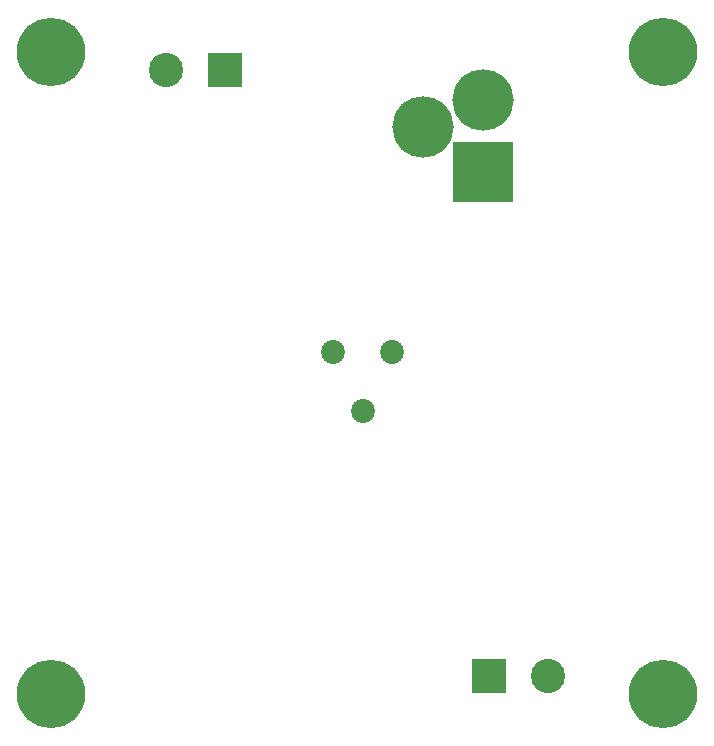
<source format=gbr>
G04 #@! TF.FileFunction,Soldermask,Bot*
%FSLAX46Y46*%
G04 Gerber Fmt 4.6, Leading zero omitted, Abs format (unit mm)*
G04 Created by KiCad (PCBNEW 4.0.6) date 03/04/18 21:13:50*
%MOMM*%
%LPD*%
G01*
G04 APERTURE LIST*
%ADD10C,0.100000*%
%ADD11C,5.200000*%
%ADD12R,5.200000X5.200000*%
%ADD13C,5.800000*%
%ADD14R,2.900000X2.900000*%
%ADD15C,2.900000*%
%ADD16C,2.020000*%
G04 APERTURE END LIST*
D10*
D11*
X170688000Y-74672000D03*
D12*
X170688000Y-80772000D03*
D11*
X165608000Y-76962000D03*
D13*
X134112000Y-70612000D03*
X134112000Y-124968000D03*
X185928000Y-124968000D03*
D14*
X148844000Y-72136000D03*
D15*
X143844000Y-72136000D03*
D14*
X171196000Y-123444000D03*
D15*
X176196000Y-123444000D03*
D13*
X185928000Y-70612000D03*
D16*
X162988000Y-96012000D03*
X160488000Y-101012000D03*
X157988000Y-96012000D03*
M02*

</source>
